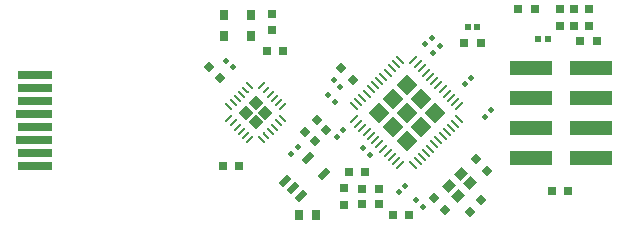
<source format=gbp>
G04 Layer_Color=128*
%FSLAX43Y43*%
%MOMM*%
G71*
G01*
G75*
%ADD61R,0.711X0.711*%
%ADD90P,1.838X4X90.0*%
%ADD91P,1.838X4X180.0*%
%ADD92P,1.273X4X180.0*%
%ADD93P,1.273X4X270.0*%
%ADD94R,0.749X0.849*%
G04:AMPARAMS|DCode=95|XSize=0.849mm|YSize=0.799mm|CornerRadius=0mm|HoleSize=0mm|Usage=FLASHONLY|Rotation=45.000|XOffset=0mm|YOffset=0mm|HoleType=Round|Shape=Rectangle|*
%AMROTATEDRECTD95*
4,1,4,-0.018,-0.583,-0.583,-0.018,0.018,0.583,0.583,0.018,-0.018,-0.583,0.0*
%
%ADD95ROTATEDRECTD95*%

%ADD96P,1.006X4X180.0*%
%ADD97P,0.664X4X180.0*%
G04:AMPARAMS|DCode=98|XSize=0.2mm|YSize=1mm|CornerRadius=0mm|HoleSize=0mm|Usage=FLASHONLY|Rotation=45.000|XOffset=0mm|YOffset=0mm|HoleType=Round|Shape=Round|*
%AMOVALD98*
21,1,0.800,0.200,0.000,0.000,135.0*
1,1,0.200,0.283,-0.283*
1,1,0.200,-0.283,0.283*
%
%ADD98OVALD98*%

G04:AMPARAMS|DCode=99|XSize=0.2mm|YSize=1mm|CornerRadius=0mm|HoleSize=0mm|Usage=FLASHONLY|Rotation=315.000|XOffset=0mm|YOffset=0mm|HoleType=Round|Shape=Round|*
%AMOVALD99*
21,1,0.800,0.200,0.000,0.000,45.0*
1,1,0.200,-0.283,-0.283*
1,1,0.200,0.283,0.283*
%
%ADD99OVALD99*%

%ADD100R,0.469X0.469*%
%ADD101P,1.006X4X90.0*%
%ADD102P,0.664X4X90.0*%
%ADD103R,0.711X0.711*%
G04:AMPARAMS|DCode=104|XSize=0.999mm|YSize=0.549mm|CornerRadius=0mm|HoleSize=0mm|Usage=FLASHONLY|Rotation=45.000|XOffset=0mm|YOffset=0mm|HoleType=Round|Shape=Rectangle|*
%AMROTATEDRECTD104*
4,1,4,-0.159,-0.547,-0.547,-0.159,0.159,0.547,0.547,0.159,-0.159,-0.547,0.0*
%
%ADD104ROTATEDRECTD104*%

%ADD105R,2.849X0.749*%
%ADD106R,3.149X0.749*%
%ADD107R,3.632X1.219*%
%ADD108C,0.229*%
G04:AMPARAMS|DCode=109|XSize=0.23mm|YSize=0.65mm|CornerRadius=0mm|HoleSize=0mm|Usage=FLASHONLY|Rotation=315.000|XOffset=0mm|YOffset=0mm|HoleType=Round|Shape=Rectangle|*
%AMROTATEDRECTD109*
4,1,4,-0.311,-0.148,0.148,0.311,0.311,0.148,-0.148,-0.311,-0.311,-0.148,0.0*
%
%ADD109ROTATEDRECTD109*%

G04:AMPARAMS|DCode=110|XSize=0.23mm|YSize=0.65mm|CornerRadius=0mm|HoleSize=0mm|Usage=FLASHONLY|Rotation=225.000|XOffset=0mm|YOffset=0mm|HoleType=Round|Shape=Rectangle|*
%AMROTATEDRECTD110*
4,1,4,-0.148,0.311,0.311,-0.148,0.148,-0.311,-0.311,0.148,-0.148,0.311,0.0*
%
%ADD110ROTATEDRECTD110*%

D61*
X30264Y3404D02*
D03*
X31661D02*
D03*
X24270Y15926D02*
D03*
X22873D02*
D03*
X16827Y1380D02*
D03*
X18225Y1380D02*
D03*
X15649Y2250D02*
D03*
X14252Y2250D02*
D03*
Y3575D02*
D03*
X15648Y3575D02*
D03*
X13094Y4961D02*
D03*
X14491D02*
D03*
X2400Y5469D02*
D03*
X3797D02*
D03*
X6160Y15265D02*
D03*
X7556D02*
D03*
X32702Y16104D02*
D03*
X34099D02*
D03*
X27419Y18771D02*
D03*
X28816D02*
D03*
D90*
X18000Y10000D02*
D03*
X16816Y11184D02*
D03*
X19184Y8816D02*
D03*
X18000Y12369D02*
D03*
D91*
X16816Y8816D02*
D03*
X19184Y11184D02*
D03*
X15631Y10000D02*
D03*
X18000Y7631D02*
D03*
X20369Y10000D02*
D03*
D92*
X4405Y10000D02*
D03*
X6031Y10000D02*
D03*
D93*
X5218Y9187D02*
D03*
X5218Y10813D02*
D03*
D94*
X4841Y16500D02*
D03*
X2541Y16500D02*
D03*
X4841Y18250D02*
D03*
X2541Y18250D02*
D03*
X8875Y1375D02*
D03*
X10275D02*
D03*
D95*
X21556Y3776D02*
D03*
X22599Y4819D02*
D03*
X23394Y4024D02*
D03*
X22351Y2981D02*
D03*
D96*
X24819Y5081D02*
D03*
X23831Y6069D02*
D03*
X20281Y2769D02*
D03*
X21269Y1781D02*
D03*
X1223Y13913D02*
D03*
X2211Y12925D02*
D03*
X12435Y13786D02*
D03*
X13423Y12798D02*
D03*
D97*
X24587Y9657D02*
D03*
X25152Y10223D02*
D03*
X22907Y12417D02*
D03*
X23473Y12983D02*
D03*
X20240Y15084D02*
D03*
X20806Y15650D02*
D03*
X19529Y15795D02*
D03*
X20095Y16361D02*
D03*
X17883Y3833D02*
D03*
X17317Y3267D02*
D03*
X12627Y8546D02*
D03*
X12062Y7980D02*
D03*
X8778Y7084D02*
D03*
X8212Y6519D02*
D03*
D98*
X18566Y5545D02*
D03*
X18919Y5899D02*
D03*
X19273Y6252D02*
D03*
X19626Y6606D02*
D03*
X19980Y6959D02*
D03*
X20333Y7313D02*
D03*
X20687Y7667D02*
D03*
X21041Y8020D02*
D03*
X21394Y8374D02*
D03*
X21748Y8727D02*
D03*
X22101Y9081D02*
D03*
X22455Y9434D02*
D03*
X17434Y14455D02*
D03*
X17081Y14101D02*
D03*
X16727Y13748D02*
D03*
X16374Y13394D02*
D03*
X16020Y13041D02*
D03*
X15667Y12687D02*
D03*
X15313Y12333D02*
D03*
X14959Y11980D02*
D03*
X14606Y11626D02*
D03*
X14252Y11273D02*
D03*
X13899Y10919D02*
D03*
X13545Y10566D02*
D03*
D99*
X22455D02*
D03*
X22101Y10919D02*
D03*
X21748Y11273D02*
D03*
X21394Y11626D02*
D03*
X21041Y11980D02*
D03*
X20687Y12333D02*
D03*
X20333Y12687D02*
D03*
X19980Y13041D02*
D03*
X19626Y13394D02*
D03*
X19273Y13748D02*
D03*
X18919Y14101D02*
D03*
X18566Y14455D02*
D03*
X13545Y9434D02*
D03*
X13899Y9081D02*
D03*
X14252Y8727D02*
D03*
X14606Y8374D02*
D03*
X14959Y8020D02*
D03*
X15313Y7667D02*
D03*
X15667Y7313D02*
D03*
X16020Y6959D02*
D03*
X16374Y6606D02*
D03*
X16727Y6252D02*
D03*
X17081Y5899D02*
D03*
X17434Y5545D02*
D03*
D100*
X23971Y17297D02*
D03*
X23171D02*
D03*
X29140Y16205D02*
D03*
X29940D02*
D03*
D101*
X24319Y2619D02*
D03*
X23331Y1631D02*
D03*
X11199Y8565D02*
D03*
X10211Y7577D02*
D03*
X9373Y8364D02*
D03*
X10361Y9352D02*
D03*
D102*
X18767Y2583D02*
D03*
X19333Y2017D02*
D03*
X3283Y13842D02*
D03*
X2717Y14408D02*
D03*
X11908Y10917D02*
D03*
X11342Y11483D02*
D03*
X12373Y12197D02*
D03*
X11808Y12762D02*
D03*
X14900Y6425D02*
D03*
X14334Y6991D02*
D03*
D103*
X12725Y3619D02*
D03*
X12725Y2223D02*
D03*
X6629Y17005D02*
D03*
Y18402D02*
D03*
X33449Y17367D02*
D03*
Y18764D02*
D03*
X30932Y18764D02*
D03*
Y17367D02*
D03*
X32193Y17367D02*
D03*
Y18764D02*
D03*
D104*
X9642Y6172D02*
D03*
X10985Y4828D02*
D03*
X7733Y4263D02*
D03*
X8404Y3591D02*
D03*
X9076Y2919D02*
D03*
D105*
X-13450Y5500D02*
D03*
Y6600D02*
D03*
Y8800D02*
D03*
Y11000D02*
D03*
Y12100D02*
D03*
Y13200D02*
D03*
D106*
X-13600Y7700D02*
D03*
Y9900D02*
D03*
D107*
X28485Y6190D02*
D03*
X33565D02*
D03*
X28485Y8730D02*
D03*
X33565D02*
D03*
X28485Y11270D02*
D03*
X33565D02*
D03*
X28485Y13810D02*
D03*
X33565D02*
D03*
D108*
X3150Y9699D02*
D03*
X3503Y9346D02*
D03*
X3857Y8992D02*
D03*
X4210Y8639D02*
D03*
X4564Y8285D02*
D03*
X4917Y7932D02*
D03*
X5519D02*
D03*
X5872Y8285D02*
D03*
X6226Y8639D02*
D03*
X6579Y8992D02*
D03*
X6933Y9346D02*
D03*
X7286Y9699D02*
D03*
X3150Y10301D02*
D03*
X3503Y10654D02*
D03*
X3857Y11008D02*
D03*
X4210Y11361D02*
D03*
X4564Y11715D02*
D03*
X4917Y12068D02*
D03*
X7286Y10300D02*
D03*
X6933Y10654D02*
D03*
X6579Y11008D02*
D03*
X6226Y11361D02*
D03*
X5872Y11715D02*
D03*
X5519Y12068D02*
D03*
D109*
X2902Y9452D02*
D03*
X3256Y9098D02*
D03*
X3609Y8745D02*
D03*
X3963Y8391D02*
D03*
X4316Y8038D02*
D03*
X4670Y7684D02*
D03*
X7534Y10548D02*
D03*
X7180Y10902D02*
D03*
X6827Y11255D02*
D03*
X6473Y11609D02*
D03*
X6120Y11962D02*
D03*
X5766Y12316D02*
D03*
D110*
X5766Y7684D02*
D03*
X6120Y8038D02*
D03*
X6473Y8391D02*
D03*
X6827Y8745D02*
D03*
X7180Y9098D02*
D03*
X7534Y9452D02*
D03*
X4670Y12316D02*
D03*
X4316Y11962D02*
D03*
X3963Y11609D02*
D03*
X3609Y11255D02*
D03*
X3256Y10902D02*
D03*
X2902Y10548D02*
D03*
M02*

</source>
